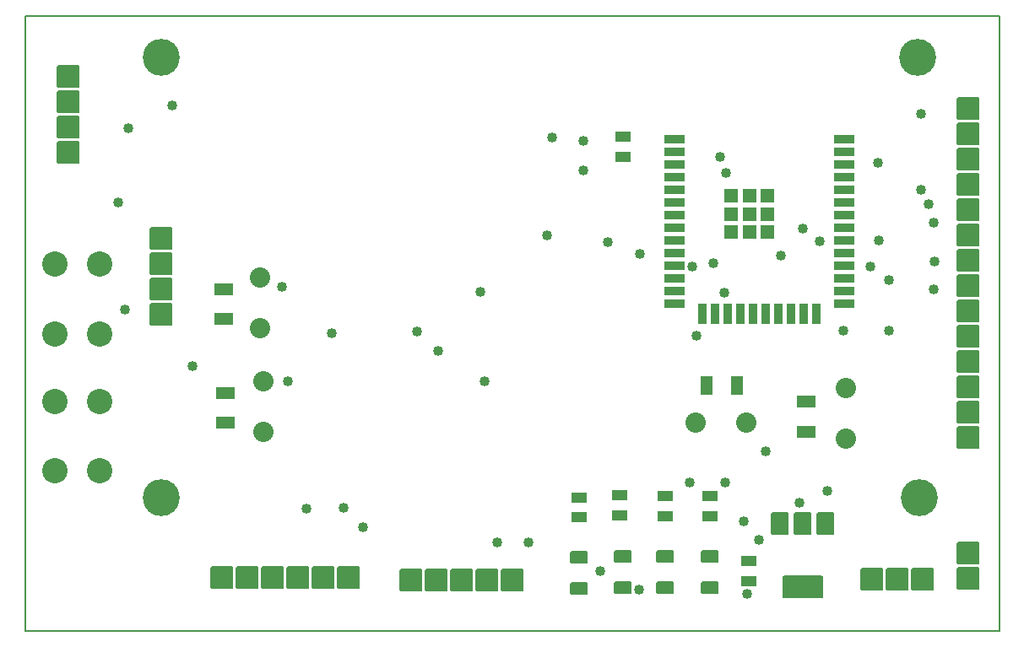
<source format=gbr>
G04 PROTEUS GERBER X2 FILE*
%TF.GenerationSoftware,Labcenter,Proteus,8.17-SP2-Build37159*%
%TF.CreationDate,2024-05-15T18:34:46+00:00*%
%TF.FileFunction,Soldermask,Top*%
%TF.FilePolarity,Negative*%
%TF.Part,Single*%
%TF.SameCoordinates,{2fb43601-861e-418b-a464-66e3711116c9}*%
%FSLAX45Y45*%
%MOMM*%
G01*
%TA.AperFunction,Material*%
%ADD30C,1.016000*%
%AMPPAD025*
4,1,36,
1.016000,-1.143000,
-1.016000,-1.143000,
-1.041590,-1.140420,
-1.065430,-1.133020,
-1.087000,-1.121310,
-1.105800,-1.105800,
-1.121310,-1.087000,
-1.133020,-1.065430,
-1.140420,-1.041590,
-1.143000,-1.016000,
-1.143000,1.016000,
-1.140420,1.041590,
-1.133020,1.065430,
-1.121310,1.087000,
-1.105800,1.105800,
-1.087000,1.121310,
-1.065430,1.133020,
-1.041590,1.140420,
-1.016000,1.143000,
1.016000,1.143000,
1.041590,1.140420,
1.065430,1.133020,
1.087000,1.121310,
1.105800,1.105800,
1.121310,1.087000,
1.133020,1.065430,
1.140420,1.041590,
1.143000,1.016000,
1.143000,-1.016000,
1.140420,-1.041590,
1.133020,-1.065430,
1.121310,-1.087000,
1.105800,-1.105800,
1.087000,-1.121310,
1.065430,-1.133020,
1.041590,-1.140420,
1.016000,-1.143000,
0*%
%TA.AperFunction,Material*%
%ADD31PPAD025*%
%TA.AperFunction,Material*%
%ADD32C,2.032000*%
%AMPPAD027*
4,1,36,
0.762000,-1.143000,
-0.762000,-1.143000,
-0.787590,-1.140420,
-0.811430,-1.133020,
-0.833000,-1.121310,
-0.851800,-1.105800,
-0.867310,-1.087000,
-0.879020,-1.065430,
-0.886420,-1.041590,
-0.889000,-1.016000,
-0.889000,1.016000,
-0.886420,1.041590,
-0.879020,1.065430,
-0.867310,1.087000,
-0.851800,1.105800,
-0.833000,1.121310,
-0.811430,1.133020,
-0.787590,1.140420,
-0.762000,1.143000,
0.762000,1.143000,
0.787590,1.140420,
0.811430,1.133020,
0.833000,1.121310,
0.851800,1.105800,
0.867310,1.087000,
0.879020,1.065430,
0.886420,1.041590,
0.889000,1.016000,
0.889000,-1.016000,
0.886420,-1.041590,
0.879020,-1.065430,
0.867310,-1.087000,
0.851800,-1.105800,
0.833000,-1.121310,
0.811430,-1.133020,
0.787590,-1.140420,
0.762000,-1.143000,
0*%
%TA.AperFunction,Material*%
%ADD33PPAD027*%
%AMPPAD028*
4,1,36,
-2.032000,-1.016000,
-2.032000,1.016000,
-2.029420,1.041590,
-2.022020,1.065430,
-2.010310,1.087000,
-1.994800,1.105800,
-1.976000,1.121310,
-1.954430,1.133020,
-1.930590,1.140420,
-1.905000,1.143000,
1.905000,1.143000,
1.930590,1.140420,
1.954430,1.133020,
1.976000,1.121310,
1.994800,1.105800,
2.010310,1.087000,
2.022020,1.065430,
2.029420,1.041590,
2.032000,1.016000,
2.032000,-1.016000,
2.029420,-1.041590,
2.022020,-1.065430,
2.010310,-1.087000,
1.994800,-1.105800,
1.976000,-1.121310,
1.954430,-1.133020,
1.930590,-1.140420,
1.905000,-1.143000,
-1.905000,-1.143000,
-1.930590,-1.140420,
-1.954430,-1.133020,
-1.976000,-1.121310,
-1.994800,-1.105800,
-2.010310,-1.087000,
-2.022020,-1.065430,
-2.029420,-1.041590,
-2.032000,-1.016000,
0*%
%ADD34PPAD028*%
%AMPPAD029*
4,1,4,
-0.723900,-0.469900,
-0.723900,0.469900,
0.723900,0.469900,
0.723900,-0.469900,
-0.723900,-0.469900,
0*%
%TA.AperFunction,Material*%
%ADD35PPAD029*%
%AMPPAD030*
4,1,36,
-0.889000,-0.508000,
-0.889000,0.508000,
-0.886420,0.533590,
-0.879020,0.557430,
-0.867310,0.579000,
-0.851800,0.597800,
-0.833000,0.613310,
-0.811430,0.625020,
-0.787590,0.632420,
-0.762000,0.635000,
0.762000,0.635000,
0.787590,0.632420,
0.811430,0.625020,
0.833000,0.613310,
0.851800,0.597800,
0.867310,0.579000,
0.879020,0.557430,
0.886420,0.533590,
0.889000,0.508000,
0.889000,-0.508000,
0.886420,-0.533590,
0.879020,-0.557430,
0.867310,-0.579000,
0.851800,-0.597800,
0.833000,-0.613310,
0.811430,-0.625020,
0.787590,-0.632420,
0.762000,-0.635000,
-0.762000,-0.635000,
-0.787590,-0.632420,
-0.811430,-0.625020,
-0.833000,-0.613310,
-0.851800,-0.597800,
-0.867310,-0.579000,
-0.879020,-0.557430,
-0.886420,-0.533590,
-0.889000,-0.508000,
0*%
%ADD36PPAD030*%
%TA.AperFunction,Material*%
%ADD37C,3.708000*%
%TA.AperFunction,Material*%
%ADD38C,2.540000*%
%AMPPAD033*
4,1,4,
0.901700,0.571500,
0.901700,-0.571500,
-0.901700,-0.571500,
-0.901700,0.571500,
0.901700,0.571500,
0*%
%TA.AperFunction,Material*%
%ADD39PPAD033*%
%AMPPAD034*
4,1,4,
0.571500,-0.901700,
-0.571500,-0.901700,
-0.571500,0.901700,
0.571500,0.901700,
0.571500,-0.901700,
0*%
%ADD40PPAD034*%
%AMPPAD035*
4,1,4,
-1.000000,0.450000,
1.000000,0.450000,
1.000000,-0.450000,
-1.000000,-0.450000,
-1.000000,0.450000,
0*%
%TA.AperFunction,Material*%
%ADD41PPAD035*%
%AMPPAD036*
4,1,4,
-0.450000,1.000000,
0.450000,1.000000,
0.450000,-1.000000,
-0.450000,-1.000000,
-0.450000,1.000000,
0*%
%ADD42PPAD036*%
%AMPPAD037*
4,1,4,
-0.665000,0.665000,
0.665000,0.665000,
0.665000,-0.665000,
-0.665000,-0.665000,
-0.665000,0.665000,
0*%
%ADD43PPAD037*%
%TA.AperFunction,Profile*%
%ADD25C,0.150000*%
%TD.AperFunction*%
D30*
X-2993767Y+2124458D03*
X-3429625Y+1894004D03*
X+2743200Y-2057400D03*
X+270000Y-2266382D03*
X+770000Y+820000D03*
X+1131568Y+1468339D03*
X+1131568Y+1761768D03*
X+2773356Y-2784537D03*
X-1890000Y+297250D03*
X-1830000Y-649750D03*
X+2264912Y-190362D03*
X+2617000Y+1030000D03*
X+2800000Y+1030000D03*
X+2983000Y+1030000D03*
X+2983000Y+847000D03*
X+2800000Y+847000D03*
X+2617000Y+847000D03*
X+2617000Y+1214000D03*
X+2800000Y+1214000D03*
X+2983000Y+1214000D03*
X+144969Y-649750D03*
X-1075001Y-2115986D03*
X+2200000Y-1660000D03*
X+3581400Y-1752600D03*
X-531760Y-151955D03*
X+100000Y+250000D03*
X-1270000Y-1920000D03*
X-1642857Y-1928682D03*
X+3335833Y+884568D03*
X+4517440Y+1271372D03*
X+2566577Y+1446094D03*
X-3468191Y+73202D03*
X-3534596Y+1146753D03*
X+820000Y+1800000D03*
X+2506843Y+1601922D03*
X+4092025Y+1543909D03*
X+1695747Y-2741132D03*
X+1697730Y+632350D03*
X-1393488Y-162294D03*
X+2551677Y-1663344D03*
X+2439493Y+536679D03*
X+1381200Y+752400D03*
X+1300000Y-2550000D03*
X+583319Y-2265055D03*
X+4518775Y+2037039D03*
X+3507792Y+755111D03*
X+4596834Y+1130800D03*
X+4010000Y+500000D03*
X+4647651Y+942405D03*
X+2225625Y+499828D03*
X+2550000Y+240000D03*
X+3114606Y+615904D03*
X+4653570Y+556296D03*
X-2790000Y-492750D03*
X+4098734Y+764000D03*
X+2965539Y-1350000D03*
X+2898209Y-2241791D03*
X+4197137Y-137137D03*
X+3743801Y-141599D03*
X+4198864Y+365321D03*
X+4643200Y+275790D03*
X+3303314Y-1868830D03*
X-320000Y-340000D03*
D31*
X+422000Y-2642750D03*
X+168000Y-2642750D03*
X-86000Y-2642750D03*
X-340000Y-2642750D03*
X-594000Y-2642750D03*
X-4029000Y+1645250D03*
X-4029000Y+1899250D03*
X-4029000Y+2153250D03*
X-4029000Y+2407250D03*
D32*
X+3770000Y-714750D03*
X+3770000Y-1222750D03*
X-2075000Y-1157750D03*
X-2075000Y-649750D03*
X-2111000Y+395250D03*
X-2111000Y-112750D03*
D31*
X+4028000Y-2636750D03*
X+4282000Y-2636750D03*
X+4536000Y-2636750D03*
X+4990000Y-2626750D03*
X+4990000Y-2372750D03*
D33*
X+3565140Y-2081750D03*
D34*
X+3334000Y-2711670D03*
D33*
X+3334000Y-2081750D03*
X+3102860Y-2081750D03*
D35*
X+2790000Y-2652750D03*
X+2790000Y-2452750D03*
X+1530000Y+1607250D03*
X+1530000Y+1807250D03*
D36*
X+1090000Y-2732750D03*
X+1090000Y-2417790D03*
D35*
X+1091000Y-2012750D03*
X+1091000Y-1812750D03*
D36*
X+1531000Y-2724750D03*
X+1531000Y-2409790D03*
D35*
X+1501000Y-1992750D03*
X+1501000Y-1792750D03*
D36*
X+1958000Y-2724750D03*
X+1958000Y-2409790D03*
D35*
X+1952000Y-1999750D03*
X+1952000Y-1799750D03*
D36*
X+2399600Y-2721950D03*
X+2399600Y-2406990D03*
D35*
X+2405600Y-2000950D03*
X+2405600Y-1800950D03*
D37*
X-3100000Y+2607250D03*
X-3100000Y-1812750D03*
X+4490000Y+2607250D03*
X+4500000Y-1812750D03*
D38*
X-4170000Y-172750D03*
X-4170000Y+527250D03*
X-3720000Y-172750D03*
X-3720000Y+527250D03*
X-4165000Y-1547750D03*
X-4165000Y-847750D03*
X-3715000Y-1547750D03*
X-3715000Y-847750D03*
D32*
X+2770000Y-1062750D03*
X+2262000Y-1062750D03*
D31*
X-3100000Y+781250D03*
X-3100000Y+527250D03*
X-3100000Y+273250D03*
X-3100000Y+19250D03*
D39*
X-2470000Y+277250D03*
X-2470000Y-22750D03*
X-2460000Y-1062750D03*
X-2460000Y-762750D03*
D40*
X+2670000Y-692750D03*
X+2370000Y-692750D03*
D39*
X+3370000Y-852750D03*
X+3370000Y-1152750D03*
D31*
X-2490000Y-2622750D03*
X-2236000Y-2622750D03*
X-1982000Y-2622750D03*
X-1728000Y-2622750D03*
X-1474000Y-2622750D03*
X-1220000Y-2622750D03*
D41*
X+2050000Y+1780000D03*
X+2050000Y+1653000D03*
X+2050000Y+1526000D03*
X+2050000Y+1399000D03*
X+2050000Y+1272000D03*
X+2050000Y+1145000D03*
X+2050000Y+1018000D03*
X+2050000Y+891000D03*
X+2050000Y+764000D03*
X+2050000Y+637000D03*
X+2050000Y+510000D03*
X+2050000Y+383000D03*
X+2050000Y+256000D03*
X+2050000Y+129000D03*
D42*
X+2328500Y+29000D03*
X+2455500Y+29000D03*
X+2582500Y+29000D03*
X+2709500Y+29000D03*
X+2836500Y+29000D03*
X+2963500Y+29000D03*
X+3090500Y+29000D03*
X+3217500Y+29000D03*
X+3344500Y+29000D03*
X+3471500Y+29000D03*
D41*
X+3750000Y+129000D03*
X+3750000Y+256000D03*
X+3750000Y+383000D03*
X+3750000Y+510000D03*
X+3750000Y+637000D03*
X+3750000Y+764000D03*
X+3750000Y+891000D03*
X+3750000Y+1018000D03*
X+3750000Y+1145000D03*
X+3750000Y+1272000D03*
X+3750000Y+1399000D03*
X+3750000Y+1526000D03*
X+3750000Y+1653000D03*
X+3750000Y+1780000D03*
D43*
X+2617000Y+1214000D03*
X+2800000Y+1214000D03*
X+2983000Y+1214000D03*
X+2617000Y+1030000D03*
X+2800000Y+1030000D03*
X+2983000Y+1030000D03*
X+2617000Y+847000D03*
X+2800000Y+847000D03*
X+2983000Y+847000D03*
D31*
X+4990000Y-1214000D03*
X+4990000Y-960000D03*
X+4990000Y-706000D03*
X+4990000Y-452000D03*
X+4990000Y-198000D03*
X+4990000Y+56000D03*
X+4990000Y+310000D03*
X+4990000Y+564000D03*
X+4990000Y+818000D03*
X+4990000Y+1072000D03*
X+4990000Y+1326000D03*
X+4990000Y+1580000D03*
X+4990000Y+2090000D03*
X+4990000Y+1836000D03*
D25*
X-4465000Y-3152750D02*
X+5305000Y-3152750D01*
X+5305000Y+3017250D01*
X-4465000Y+3017250D01*
X-4465000Y-3152750D01*
M02*

</source>
